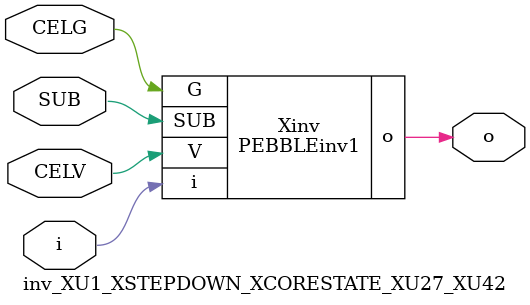
<source format=v>



module PEBBLEinv1 ( o, G, SUB, V, i );

  input V;
  input i;
  input G;
  output o;
  input SUB;
endmodule

//Celera Confidential Do Not Copy inv_XU1_XSTEPDOWN_XCORESTATE_XU27_XU42
//Celera Confidential Symbol Generator
//5V Inverter
module inv_XU1_XSTEPDOWN_XCORESTATE_XU27_XU42 (CELV,CELG,i,o,SUB);
input CELV;
input CELG;
input i;
input SUB;
output o;

//Celera Confidential Do Not Copy inv
PEBBLEinv1 Xinv(
.V (CELV),
.i (i),
.o (o),
.SUB (SUB),
.G (CELG)
);
//,diesize,PEBBLEinv1

//Celera Confidential Do Not Copy Module End
//Celera Schematic Generator
endmodule

</source>
